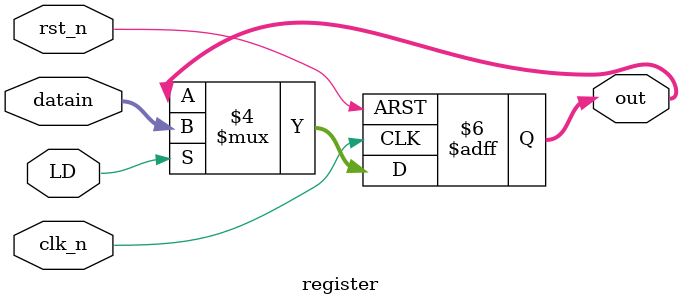
<source format=v>
`timescale 1ns / 100ps

module register #(parameter WIDTH = 8) 
    (
        input clk_n,
        input rst_n,
        input LD,
        input [WIDTH - 1:0] datain,
        output reg [WIDTH - 1:0] out
    );

    always @(negedge clk_n, negedge rst_n) begin

        if (~rst_n) begin
            out <= {WIDTH{1'b0}};
        end
        else if (LD) begin
            out <= datain;
        end
        else
            out <= out;
    end

endmodule
</source>
